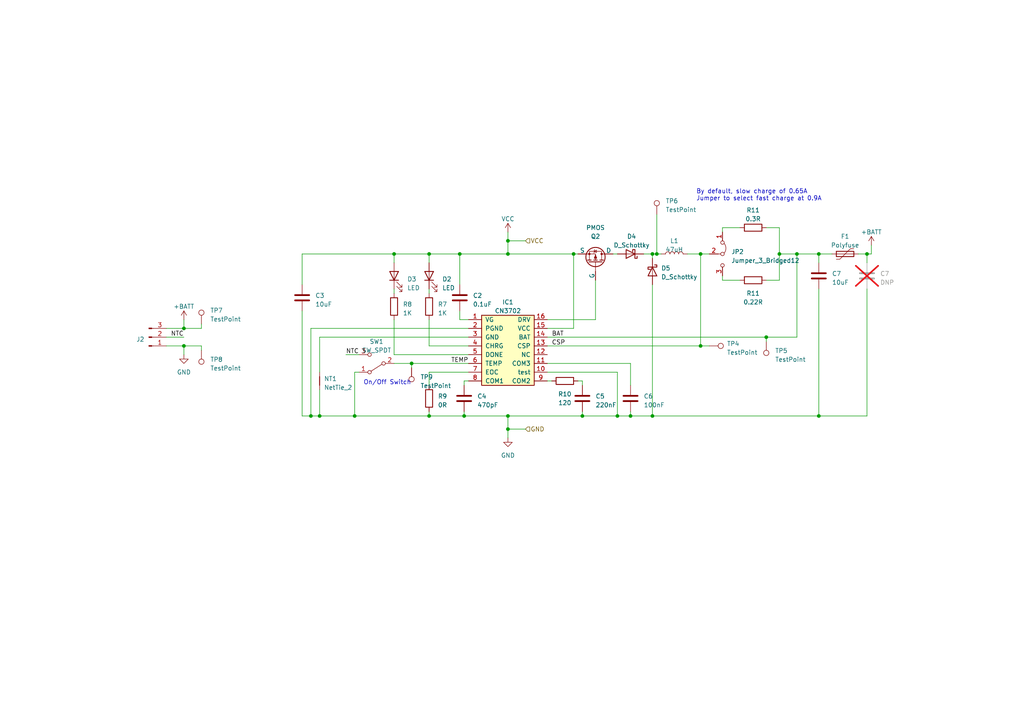
<source format=kicad_sch>
(kicad_sch (version 20230121) (generator eeschema)
  (paper "A4")
  (lib_symbols
    (symbol "Connector:Conn_01x03_Pin" (pin_names (offset 1.016) hide)
      (property "Reference" "J" (at 0 5.08 0))
      (property "Value" "Conn_01x03_Pin" (at 0 -5.08 0))
      (symbol "Conn_01x03_Pin_1_1"
        (polyline (pts (xy 1.27 -2.54) (xy 0.8636 -2.54)) (stroke (width 0.1524)))
        (polyline (pts (xy 1.27 0) (xy 0.8636 0)) (stroke (width 0.1524)))
        (polyline (pts (xy 1.27 2.54) (xy 0.8636 2.54)) (stroke (width 0.1524)))
        (rectangle (start 0.8636 -2.413) (end 0 -2.667) (stroke (width 0.1524)) (fill (type outline)))
        (rectangle (start 0.8636 0.127) (end 0 -0.127) (stroke (width 0.1524)) (fill (type outline)))
        (rectangle (start 0.8636 2.667) (end 0 2.413) (stroke (width 0.1524)) (fill (type outline)))
        (pin passive line (at 5.08 2.54 180) (length 3.81) (name "Pin_1") (number "1"))
        (pin passive line (at 5.08 0 180) (length 3.81) (name "Pin_2") (number "2"))
        (pin passive line (at 5.08 -2.54 180) (length 3.81) (name "Pin_3") (number "3"))
      )
    )
    (symbol "Connector:TestPoint" (pin_numbers hide) (pin_names (offset 0.762) hide)
      (property "Reference" "TP" (at 0 6.858 0))
      (property "Value" "TestPoint" (at 0 5.08 0))
      (symbol "TestPoint_0_1"
        (circle (center 0 3.302) (radius 0.762))
      )
      (symbol "TestPoint_1_1"
        (pin passive line (at 0 0 90) (length 2.54) (name "1") (number "1"))
      )
    )
    (symbol "Connector_Generic:Conn_02x08_Counter_Clockwise" (pin_names (offset 1.016))
      (property "Reference" "IC1" (at 0 12.7 0))
      (property "Value" "CN3702" (at 0 10.16 0))
      (symbol "Conn_02x08_Counter_Clockwise_1_1"
        (rectangle (start -7.62 8.89) (end 7.62 -11.43) (stroke (width 0.254)) (fill (type background)))
        (pin passive line (at -11.43 7.62 0) (length 3.81) (name "VG") (number "1"))
        (pin passive line (at 11.43 -7.62 180) (length 3.81) (name "test") (number "10"))
        (pin passive line (at 11.43 -5.08 180) (length 3.81) (name "COM3") (number "11"))
        (pin passive line (at 11.43 -2.54 180) (length 3.81) (name "NC") (number "12"))
        (pin passive line (at 11.43 0 180) (length 3.81) (name "CSP") (number "13"))
        (pin passive line (at 11.43 2.54 180) (length 3.81) (name "BAT") (number "14"))
        (pin passive line (at 11.43 5.08 180) (length 3.81) (name "VCC") (number "15"))
        (pin passive line (at 11.43 7.62 180) (length 3.81) (name "DRV") (number "16"))
        (pin passive line (at -11.43 5.08 0) (length 3.81) (name "PGND") (number "2"))
        (pin passive line (at -11.43 2.54 0) (length 3.81) (name "GND") (number "3"))
        (pin passive line (at -11.43 0 0) (length 3.81) (name "CHRG") (number "4"))
        (pin passive line (at -11.43 -2.54 0) (length 3.81) (name "DONE") (number "5"))
        (pin passive line (at -11.43 -5.08 0) (length 3.81) (name "TEMP") (number "6"))
        (pin passive line (at -11.43 -7.62 0) (length 3.81) (name "EOC") (number "7"))
        (pin passive line (at -11.43 -10.16 0) (length 3.81) (name "COM1") (number "8"))
        (pin passive line (at 11.43 -10.16 180) (length 3.81) (name "COM2") (number "9"))
      )
    )
    (symbol "Device:C" (pin_numbers hide) (pin_names (offset 0.254))
      (property "Reference" "C" (at 0.635 2.54 0))
      (property "Value" "C" (at 0.635 -2.54 0))
      (symbol "C_0_1"
        (polyline (pts (xy -2.032 -0.762) (xy 2.032 -0.762)) (stroke (width 0.508)))
        (polyline (pts (xy -2.032 0.762) (xy 2.032 0.762)) (stroke (width 0.508)))
      )
      (symbol "C_1_1"
        (pin passive line (at 0 3.81 270) (length 2.794) (name "~") (number "1"))
        (pin passive line (at 0 -3.81 90) (length 2.794) (name "~") (number "2"))
      )
    )
    (symbol "Device:D_Schottky" (pin_numbers hide) (pin_names (offset 1.016) hide)
      (property "Reference" "D" (at 0 2.54 0))
      (property "Value" "D_Schottky" (at 0 -2.54 0))
      (symbol "D_Schottky_0_1"
        (polyline (pts (xy 1.27 0) (xy -1.27 0)))
        (polyline (pts (xy 1.27 1.27) (xy 1.27 -1.27) (xy -1.27 0) (xy 1.27 1.27)) (stroke (width 0.254)))
        (polyline (pts (xy -1.905 0.635) (xy -1.905 1.27) (xy -1.27 1.27) (xy -1.27 -1.27) (xy -0.635 -1.27) (xy -0.635 -0.635)) (stroke (width 0.254)))
      )
      (symbol "D_Schottky_1_1"
        (pin passive line (at -3.81 0 0) (length 2.54) (name "K") (number "1"))
        (pin passive line (at 3.81 0 180) (length 2.54) (name "A") (number "2"))
      )
    )
    (symbol "Device:L" (pin_numbers hide) (pin_names (offset 1.016) hide)
      (property "Reference" "L" (at -1.27 0 90))
      (property "Value" "L" (at 1.905 0 90))
      (symbol "L_0_1"
        (arc (start 0 -2.54) (mid 0.6323 -1.905) (end 0 -1.27))
        (arc (start 0 -1.27) (mid 0.6323 -0.635) (end 0 0))
        (arc (start 0 0) (mid 0.6323 0.635) (end 0 1.27))
        (arc (start 0 1.27) (mid 0.6323 1.905) (end 0 2.54))
      )
      (symbol "L_1_1"
        (pin passive line (at 0 3.81 270) (length 1.27) (name "1") (number "1"))
        (pin passive line (at 0 -3.81 90) (length 1.27) (name "2") (number "2"))
      )
    )
    (symbol "Device:LED" (pin_numbers hide) (pin_names (offset 1.016) hide)
      (property "Reference" "D" (at 0 2.54 0))
      (property "Value" "LED" (at 0 -2.54 0))
      (symbol "LED_0_1"
        (polyline (pts (xy -1.27 -1.27) (xy -1.27 1.27)) (stroke (width 0.254)))
        (polyline (pts (xy -1.27 0) (xy 1.27 0)))
        (polyline (pts (xy 1.27 -1.27) (xy 1.27 1.27) (xy -1.27 0) (xy 1.27 -1.27)) (stroke (width 0.254)))
        (polyline (pts (xy -3.048 -0.762) (xy -4.572 -2.286) (xy -3.81 -2.286) (xy -4.572 -2.286) (xy -4.572 -1.524)))
        (polyline (pts (xy -1.778 -0.762) (xy -3.302 -2.286) (xy -2.54 -2.286) (xy -3.302 -2.286) (xy -3.302 -1.524)))
      )
      (symbol "LED_1_1"
        (pin passive line (at -3.81 0 0) (length 2.54) (name "K") (number "1"))
        (pin passive line (at 3.81 0 180) (length 2.54) (name "A") (number "2"))
      )
    )
    (symbol "Device:NetTie_2" (pin_numbers hide) (pin_names (offset 0) hide) (in_bom no)
      (property "Reference" "NT" (at 0 1.27 0))
      (property "Value" "NetTie_2" (at 0 -1.27 0))
      (symbol "NetTie_2_0_1"
        (polyline (pts (xy -1.27 0) (xy 1.27 0)) (stroke (width 0.254)))
      )
      (symbol "NetTie_2_1_1"
        (pin passive line (at -2.54 0 0) (length 2.54) (name "1") (number "1"))
        (pin passive line (at 2.54 0 180) (length 2.54) (name "2") (number "2"))
      )
    )
    (symbol "Device:Polyfuse" (pin_numbers hide) (pin_names (offset 0))
      (property "Reference" "F" (at -2.54 0 90))
      (property "Value" "Polyfuse" (at 2.54 0 90))
      (symbol "Polyfuse_0_1"
        (rectangle (start -0.762 2.54) (end 0.762 -2.54) (stroke (width 0.254)))
        (polyline (pts (xy 0 2.54) (xy 0 -2.54)))
        (polyline (pts (xy -1.524 2.54) (xy -1.524 1.524) (xy 1.524 -1.524) (xy 1.524 -2.54)))
      )
      (symbol "Polyfuse_1_1"
        (pin passive line (at 0 3.81 270) (length 1.27) (name "~") (number "1"))
        (pin passive line (at 0 -3.81 90) (length 1.27) (name "~") (number "2"))
      )
    )
    (symbol "Device:R" (pin_numbers hide) (pin_names (offset 0))
      (property "Reference" "R" (at 2.032 0 90))
      (property "Value" "R" (at 0 0 90))
      (symbol "R_0_1"
        (rectangle (start -1.016 -2.54) (end 1.016 2.54) (stroke (width 0.254)))
      )
      (symbol "R_1_1"
        (pin passive line (at 0 3.81 270) (length 1.27) (name "~") (number "1"))
        (pin passive line (at 0 -3.81 90) (length 1.27) (name "~") (number "2"))
      )
    )
    (symbol "Jumper:Jumper_3_Bridged12" (pin_names (offset 0) hide)
      (property "Reference" "JP" (at -2.54 -2.54 0))
      (property "Value" "Jumper_3_Bridged12" (at 0 2.794 0))
      (symbol "Jumper_3_Bridged12_0_0"
        (circle (center -3.302 0) (radius 0.508))
        (circle (center 0 0) (radius 0.508))
        (circle (center 3.302 0) (radius 0.508))
      )
      (symbol "Jumper_3_Bridged12_0_1"
        (arc (start -0.254 0.508) (mid -1.651 0.9912) (end -3.048 0.508))
        (polyline (pts (xy 0 -1.27) (xy 0 -0.508)))
      )
      (symbol "Jumper_3_Bridged12_1_1"
        (pin passive line (at -6.35 0 0) (length 2.54) (name "A") (number "1"))
        (pin passive line (at 0 -3.81 90) (length 2.54) (name "C") (number "2"))
        (pin passive line (at 6.35 0 180) (length 2.54) (name "B") (number "3"))
      )
    )
    (symbol "Simulation_SPICE:PMOS" (pin_numbers hide) (pin_names (offset 0))
      (property "Reference" "Q" (at 5.08 1.27 0))
      (property "Value" "PMOS" (at 5.08 -1.27 0))
      (symbol "PMOS_0_1"
        (polyline (pts (xy 0.254 0) (xy -2.54 0)))
        (polyline (pts (xy 0.254 1.905) (xy 0.254 -1.905)) (stroke (width 0.254)))
        (polyline (pts (xy 0.762 -1.27) (xy 0.762 -2.286)) (stroke (width 0.254)))
        (polyline (pts (xy 0.762 0.508) (xy 0.762 -0.508)) (stroke (width 0.254)))
        (polyline (pts (xy 0.762 2.286) (xy 0.762 1.27)) (stroke (width 0.254)))
        (polyline (pts (xy 2.54 2.54) (xy 2.54 1.778)))
        (polyline (pts (xy 2.54 -2.54) (xy 2.54 0) (xy 0.762 0)))
        (polyline (pts (xy 0.762 1.778) (xy 3.302 1.778) (xy 3.302 -1.778) (xy 0.762 -1.778)))
        (polyline (pts (xy 2.286 0) (xy 1.27 0.381) (xy 1.27 -0.381) (xy 2.286 0)) (fill (type outline)))
        (polyline (pts (xy 2.794 -0.508) (xy 2.921 -0.381) (xy 3.683 -0.381) (xy 3.81 -0.254)))
        (polyline (pts (xy 3.302 -0.381) (xy 2.921 0.254) (xy 3.683 0.254) (xy 3.302 -0.381)))
        (circle (center 1.651 0) (radius 2.794) (stroke (width 0.254)))
        (circle (center 2.54 -1.778) (radius 0.254) (fill (type outline)))
        (circle (center 2.54 1.778) (radius 0.254) (fill (type outline)))
      )
      (symbol "PMOS_1_1"
        (pin passive line (at 2.54 5.08 270) (length 2.54) (name "D") (number "1"))
        (pin input line (at -5.08 0 0) (length 2.54) (name "G") (number "2"))
        (pin passive line (at 2.54 -5.08 90) (length 2.54) (name "S") (number "3"))
      )
    )
    (symbol "Switch:SW_SPDT" (pin_names (offset 0) hide)
      (property "Reference" "SW" (at 0 4.318 0))
      (property "Value" "SW_SPDT" (at 0 -5.08 0))
      (symbol "SW_SPDT_0_0"
        (circle (center -2.032 0) (radius 0.508))
        (circle (center 2.032 -2.54) (radius 0.508))
      )
      (symbol "SW_SPDT_0_1"
        (polyline (pts (xy -1.524 0.254) (xy 1.651 2.286)))
        (circle (center 2.032 2.54) (radius 0.508))
      )
      (symbol "SW_SPDT_1_1"
        (pin passive line (at 5.08 2.54 180) (length 2.54) (name "A") (number "1"))
        (pin passive line (at -5.08 0 0) (length 2.54) (name "B") (number "2"))
        (pin passive line (at 5.08 -2.54 180) (length 2.54) (name "C") (number "3"))
      )
    )
    (symbol "power:+BATT" (power) (pin_names (offset 0))
      (property "Value" "+BATT" (at 0 3.556 0))
      (symbol "+BATT_0_1"
        (polyline (pts (xy -0.762 1.27) (xy 0 2.54)))
        (polyline (pts (xy 0 0) (xy 0 2.54)))
        (polyline (pts (xy 0 2.54) (xy 0.762 1.27)))
      )
      (symbol "+BATT_1_1"
        (pin power_in line (at 0 0 90) (length 0) hide (name "+BATT") (number "1"))
      )
    )
    (symbol "power:GND" (power) (pin_names (offset 0))
      (property "Value" "GND" (at 0 -3.81 0))
      (symbol "GND_0_1"
        (polyline (pts (xy 0 0) (xy 0 -1.27) (xy 1.27 -1.27) (xy 0 -2.54) (xy -1.27 -1.27) (xy 0 -1.27)))
      )
      (symbol "GND_1_1"
        (pin power_in line (at 0 0 270) (length 0) hide (name "GND") (number "1"))
      )
    )
    (symbol "power:VCC" (power) (pin_names (offset 0))
      (property "Value" "VCC" (at 0 3.81 0))
      (symbol "VCC_0_1"
        (polyline (pts (xy -0.762 1.27) (xy 0 2.54)))
        (polyline (pts (xy 0 0) (xy 0 2.54)))
        (polyline (pts (xy 0 2.54) (xy 0.762 1.27)))
      )
      (symbol "VCC_1_1"
        (pin power_in line (at 0 0 90) (length 0) hide (name "VCC") (number "1"))
      )
    )
  )
  (junction (at 114.3 73.66))
  (junction (at 189.23 73.66))
  (junction (at 237.49 120.65))
  (junction (at 124.46 73.66))
  (junction (at 251.46 73.66))
  (junction (at 189.23 120.65))
  (junction (at 203.2 73.66))
  (junction (at 166.37 73.66))
  (junction (at 147.32 73.66))
  (junction (at 222.25 97.79))
  (junction (at 124.46 120.65))
  (junction (at 102.87 120.65))
  (junction (at 203.2 100.33))
  (junction (at 190.5 73.66))
  (junction (at 53.34 95.25))
  (junction (at 92.71 120.65))
  (junction (at 90.17 120.65))
  (junction (at 179.07 120.65))
  (junction (at 134.62 120.65))
  (junction (at 147.32 120.65))
  (junction (at 119.38 105.41))
  (junction (at 237.49 73.66))
  (junction (at 231.14 73.66))
  (junction (at 133.35 73.66))
  (junction (at 182.88 120.65))
  (junction (at 147.32 69.85))
  (junction (at 53.34 100.33))
  (junction (at 147.32 124.46))
  (junction (at 226.06 73.66))
  (junction (at 168.91 120.65))
  (wire (pts (xy 133.35 92.71) (xy 135.89 92.71)))
  (wire (pts (xy 114.3 102.87) (xy 135.89 102.87)))
  (wire (pts (xy 226.06 81.28) (xy 226.06 73.66)))
  (wire (pts (xy 226.06 66.04) (xy 226.06 73.66)))
  (wire (pts (xy 58.42 95.25) (xy 58.42 93.98)))
  (wire (pts (xy 104.14 107.95) (xy 102.87 107.95)))
  (wire (pts (xy 203.2 73.66) (xy 205.74 73.66)))
  (wire (pts (xy 222.25 97.79) (xy 231.14 97.79)))
  (wire (pts (xy 48.26 95.25) (xy 53.34 95.25)))
  (wire (pts (xy 158.75 105.41) (xy 182.88 105.41)))
  (wire (pts (xy 92.71 113.03) (xy 92.71 120.65)))
  (wire (pts (xy 147.32 69.85) (xy 152.4 69.85)))
  (wire (pts (xy 92.71 97.79) (xy 92.71 107.95)))
  (wire (pts (xy 189.23 82.55) (xy 189.23 120.65)))
  (wire (pts (xy 147.32 127) (xy 147.32 124.46)))
  (wire (pts (xy 133.35 73.66) (xy 147.32 73.66)))
  (wire (pts (xy 124.46 111.76) (xy 124.46 107.95)))
  (wire (pts (xy 189.23 73.66) (xy 189.23 74.93)))
  (wire (pts (xy 190.5 73.66) (xy 191.77 73.66)))
  (wire (pts (xy 124.46 73.66) (xy 133.35 73.66)))
  (wire (pts (xy 124.46 100.33) (xy 135.89 100.33)))
  (wire (pts (xy 124.46 107.95) (xy 135.89 107.95)))
  (wire (pts (xy 114.3 105.41) (xy 119.38 105.41)))
  (wire (pts (xy 209.55 66.04) (xy 214.63 66.04)))
  (wire (pts (xy 147.32 67.31) (xy 147.32 69.85)))
  (wire (pts (xy 179.07 120.65) (xy 182.88 120.65)))
  (wire (pts (xy 124.46 92.71) (xy 124.46 100.33)))
  (wire (pts (xy 102.87 107.95) (xy 102.87 120.65)))
  (wire (pts (xy 90.17 120.65) (xy 87.63 120.65)))
  (wire (pts (xy 209.55 67.31) (xy 209.55 66.04)))
  (wire (pts (xy 231.14 73.66) (xy 237.49 73.66)))
  (wire (pts (xy 53.34 95.25) (xy 53.34 92.71)))
  (wire (pts (xy 53.34 100.33) (xy 58.42 100.33)))
  (wire (pts (xy 251.46 120.65) (xy 237.49 120.65)))
  (wire (pts (xy 87.63 73.66) (xy 114.3 73.66)))
  (wire (pts (xy 209.55 81.28) (xy 214.63 81.28)))
  (wire (pts (xy 158.75 97.79) (xy 222.25 97.79)))
  (wire (pts (xy 158.75 95.25) (xy 166.37 95.25)))
  (wire (pts (xy 222.25 81.28) (xy 226.06 81.28)))
  (wire (pts (xy 158.75 92.71) (xy 172.72 92.71)))
  (wire (pts (xy 222.25 97.79) (xy 222.25 99.06)))
  (wire (pts (xy 177.8 73.66) (xy 179.07 73.66)))
  (wire (pts (xy 87.63 82.55) (xy 87.63 73.66)))
  (wire (pts (xy 100.33 102.87) (xy 104.14 102.87)))
  (wire (pts (xy 114.3 92.71) (xy 114.3 102.87)))
  (wire (pts (xy 58.42 100.33) (xy 58.42 101.6)))
  (wire (pts (xy 189.23 120.65) (xy 182.88 120.65)))
  (wire (pts (xy 92.71 97.79) (xy 135.89 97.79)))
  (wire (pts (xy 135.89 110.49) (xy 134.62 110.49)))
  (wire (pts (xy 237.49 83.82) (xy 237.49 120.65)))
  (wire (pts (xy 179.07 120.65) (xy 179.07 107.95)))
  (wire (pts (xy 222.25 66.04) (xy 226.06 66.04)))
  (wire (pts (xy 90.17 95.25) (xy 135.89 95.25)))
  (wire (pts (xy 134.62 110.49) (xy 134.62 111.76)))
  (wire (pts (xy 168.91 110.49) (xy 167.64 110.49)))
  (wire (pts (xy 209.55 80.01) (xy 209.55 81.28)))
  (wire (pts (xy 147.32 69.85) (xy 147.32 73.66)))
  (wire (pts (xy 203.2 100.33) (xy 205.74 100.33)))
  (wire (pts (xy 186.69 73.66) (xy 189.23 73.66)))
  (wire (pts (xy 189.23 120.65) (xy 237.49 120.65)))
  (wire (pts (xy 199.39 73.66) (xy 203.2 73.66)))
  (wire (pts (xy 189.23 73.66) (xy 190.5 73.66)))
  (wire (pts (xy 87.63 90.17) (xy 87.63 120.65)))
  (wire (pts (xy 182.88 120.65) (xy 182.88 119.38)))
  (wire (pts (xy 48.26 97.79) (xy 53.34 97.79)))
  (wire (pts (xy 231.14 97.79) (xy 231.14 73.66)))
  (wire (pts (xy 251.46 83.82) (xy 251.46 120.65)))
  (wire (pts (xy 248.92 73.66) (xy 251.46 73.66)))
  (wire (pts (xy 102.87 120.65) (xy 124.46 120.65)))
  (wire (pts (xy 114.3 73.66) (xy 114.3 76.2)))
  (wire (pts (xy 251.46 73.66) (xy 252.73 73.66)))
  (wire (pts (xy 168.91 120.65) (xy 179.07 120.65)))
  (wire (pts (xy 251.46 73.66) (xy 251.46 76.2)))
  (wire (pts (xy 168.91 120.65) (xy 168.91 119.38)))
  (wire (pts (xy 203.2 100.33) (xy 158.75 100.33)))
  (wire (pts (xy 124.46 73.66) (xy 124.46 76.2)))
  (wire (pts (xy 92.71 120.65) (xy 102.87 120.65)))
  (wire (pts (xy 90.17 120.65) (xy 92.71 120.65)))
  (wire (pts (xy 237.49 73.66) (xy 241.3 73.66)))
  (wire (pts (xy 190.5 62.23) (xy 190.5 73.66)))
  (wire (pts (xy 133.35 82.55) (xy 133.35 73.66)))
  (wire (pts (xy 90.17 95.25) (xy 90.17 120.65)))
  (wire (pts (xy 147.32 73.66) (xy 166.37 73.66)))
  (wire (pts (xy 114.3 83.82) (xy 114.3 85.09)))
  (wire (pts (xy 133.35 90.17) (xy 133.35 92.71)))
  (wire (pts (xy 237.49 73.66) (xy 237.49 76.2)))
  (wire (pts (xy 147.32 124.46) (xy 147.32 120.65)))
  (wire (pts (xy 203.2 73.66) (xy 203.2 100.33)))
  (wire (pts (xy 166.37 95.25) (xy 166.37 73.66)))
  (wire (pts (xy 119.38 105.41) (xy 119.38 106.68)))
  (wire (pts (xy 182.88 105.41) (xy 182.88 111.76)))
  (wire (pts (xy 114.3 73.66) (xy 124.46 73.66)))
  (wire (pts (xy 147.32 120.65) (xy 168.91 120.65)))
  (wire (pts (xy 53.34 95.25) (xy 58.42 95.25)))
  (wire (pts (xy 168.91 110.49) (xy 168.91 111.76)))
  (wire (pts (xy 147.32 124.46) (xy 152.4 124.46)))
  (wire (pts (xy 226.06 73.66) (xy 231.14 73.66)))
  (wire (pts (xy 147.32 120.65) (xy 134.62 120.65)))
  (wire (pts (xy 134.62 119.38) (xy 134.62 120.65)))
  (wire (pts (xy 48.26 100.33) (xy 53.34 100.33)))
  (wire (pts (xy 252.73 73.66) (xy 252.73 71.12)))
  (wire (pts (xy 53.34 100.33) (xy 53.34 102.87)))
  (wire (pts (xy 124.46 119.38) (xy 124.46 120.65)))
  (wire (pts (xy 158.75 107.95) (xy 179.07 107.95)))
  (wire (pts (xy 124.46 120.65) (xy 134.62 120.65)))
  (wire (pts (xy 119.38 105.41) (xy 135.89 105.41)))
  (wire (pts (xy 166.37 73.66) (xy 167.64 73.66)))
  (wire (pts (xy 160.02 110.49) (xy 158.75 110.49)))
  (wire (pts (xy 172.72 92.71) (xy 172.72 81.28)))
  (wire (pts (xy 124.46 83.82) (xy 124.46 85.09)))
  (text "By default, slow charge of 0.65A\nJumper to select fast charge at 0.9A" (at 201.93 58.42 0) (effects (font (size 1.27 1.27)) (justify left bottom)))
  (text "On/Off Switch" (at 105.41 111.76 0) (effects (font (size 1.27 1.27)) (justify left bottom)))
  (label "TEMP" (at 130.81 105.41 0))
  (label "CSP" (at 160.02 100.33 0))
  (label "NTC" (at 100.33 102.87 0))
  (label "BAT" (at 160.02 97.79 0))
  (label "NTC" (at 49.53 97.79 0))
  (hierarchical_label "GND" (shape input) (at 152.4 124.46 0))
  (hierarchical_label "VCC" (shape input) (at 152.4 69.85 0))
  (symbol (lib_id "Device:C") (at 237.49 80.01 0) (unit 1)
    (property "Reference" "C7" (at 241.3 79.375 0) (effects (justify left)))
    (property "Value" "10uF" (at 241.3 81.915 0) (effects (justify left)))
    (property "Footprint" "Capacitor_SMD:C_0603_1608Metric" (effects hide))
    (instances (project "SPIKE-batt-chg" (path "" (reference "C7") (unit 1)) (path "" (reference "C7") (unit 1)) (path "" (reference "C14") (unit 1)) (path "" (reference "C21") (unit 1))))
  )
  (symbol (lib_id "Connector_Generic:Conn_02x08_Counter_Clockwise") (at 147.32 100.33 0) (unit 1)
    (property "Reference" "IC1" (at 147.32 87.63 0))
    (property "Value" "CN3702" (at 147.32 90.17 0))
    (property "Footprint" "Package_SO:TSSOP-16_4.4x5mm_P0.65mm" (effects hide))
    (property "Datasheet" "./Datasheets/CN3702.pdf" (effects hide))
    (instances (project "SPIKE-batt-chg" (path "" (reference "IC1") (unit 1)) (path "" (reference "IC1") (unit 1)) (path "" (reference "IC3") (unit 1)) (path "" (reference "IC4") (unit 1))))
  )
  (symbol (lib_id "Simulation_SPICE:PMOS") (at 172.72 76.2 270) (mirror x) (unit 1)
    (property "Reference" "Q2" (at 172.72 68.58 90))
    (property "Value" "PMOS" (at 172.72 66.04 90))
    (property "Footprint" "Package_TO_SOT_SMD:SOT-23" (effects hide))
    (property "Datasheet" "https://ngspice.sourceforge.io/docs/ngspice-manual.pdf" (effects hide))
    (property "Sim.Device" "PMOS" (effects hide))
    (property "Sim.Type" "VDMOS" (effects hide))
    (property "Sim.Pins" "1=D 2=G 3=S" (effects hide))
    (property "Part" "AO3401A" (effects hide))
    (property "JLCPCB Part #" "C15127" (effects hide))
    (instances (project "SPIKE-batt-chg" (path "" (reference "Q2") (unit 1)) (path "" (reference "Q2") (unit 1)) (path "" (reference "Q3") (unit 1)) (path "" (reference "Q4") (unit 1))))
  )
  (symbol (lib_id "Device:R") (at 124.46 115.57 0) (unit 1)
    (property "Reference" "R9" (at 127 114.935 0) (effects (justify left)))
    (property "Value" "0R" (at 127 117.475 0) (effects (justify left)))
    (property "Footprint" "Resistor_SMD:R_0603_1608Metric" (effects hide))
    (instances (project "SPIKE-batt-chg" (path "" (reference "R9") (unit 1)) (path "" (reference "R9") (unit 1)) (path "" (reference "R15") (unit 1)) (path "" (reference "R21") (unit 1))))
  )
  (symbol (lib_id "Connector:TestPoint") (at 205.74 100.33 270) (unit 1) (in_bom no)
    (property "Reference" "TP4" (at 210.82 99.695 90) (effects (justify left)))
    (property "Value" "TestPoint" (at 210.82 102.235 90) (effects (justify left)))
    (property "Footprint" "TestPoint:TestPoint_Pad_D2.0mm" (effects hide))
    (instances (project "SPIKE-batt-chg" (path "" (reference "TP4") (unit 1)) (path "" (reference "TP14") (unit 1)) (path "" (reference "TP20") (unit 1))))
  )
  (symbol (lib_id "power:VCC") (at 147.32 67.31 0) (unit 1)
    (property "Reference" "#PWR08" (effects hide))
    (property "Value" "VCC" (at 147.32 63.5 0))
    (instances (project "SPIKE-batt-chg" (path "" (reference "#PWR08") (unit 1)) (path "" (reference "#PWR09") (unit 1)) (path "" (reference "#PWR014") (unit 1)) (path "" (reference "#PWR019") (unit 1))))
  )
  (symbol (lib_id "power:+BATT") (at 252.73 71.12 0) (unit 1)
    (property "Reference" "#PWR011" (effects hide))
    (property "Value" "+BATT" (at 252.73 67.31 0))
    (instances (project "SPIKE-batt-chg" (path "" (reference "#PWR011") (unit 1)) (path "" (reference "#PWR016") (unit 1)) (path "" (reference "#PWR021") (unit 1))))
  )
  (symbol (lib_id "power:GND") (at 147.32 127 0) (unit 1)
    (property "Reference" "#PWR09" (effects hide))
    (property "Value" "GND" (at 147.32 132.08 0))
    (instances (project "SPIKE-batt-chg" (path "" (reference "#PWR09") (unit 1)) (path "" (reference "#PWR010") (unit 1)) (path "" (reference "#PWR015") (unit 1)) (path "" (reference "#PWR020") (unit 1))))
  )
  (symbol (lib_id "Device:Polyfuse") (at 245.11 73.66 90) (unit 1)
    (property "Reference" "F1" (at 245.11 68.58 90))
    (property "Value" "Polyfuse" (at 245.11 71.12 90))
    (property "Footprint" "Resistor_SMD:R_1812_4532Metric" (effects hide))
    (property "Part" "MF-MSMF110/16-2" (effects hide))
    (property "JLCPCB Part #" "C210834" (effects hide))
    (instances (project "SPIKE-batt-chg" (path "" (reference "F1") (unit 1)) (path "" (reference "F2") (unit 1)) (path "" (reference "F3") (unit 1))))
  )
  (symbol (lib_id "Device:LED") (at 114.3 80.01 90) (unit 1)
    (property "Reference" "D3" (at 118.11 80.9625 90) (effects (justify right)))
    (property "Value" "LED" (at 118.11 83.5025 90) (effects (justify right)))
    (property "Footprint" "LED_SMD:LED_0603_1608Metric" (effects hide))
    (property "Part" "XL-1606UGC" (effects hide))
    (property "JLCPCB Part #" "C965863" (effects hide))
    (instances (project "SPIKE-batt-chg" (path "" (reference "D3") (unit 1)) (path "" (reference "D2") (unit 1)) (path "" (reference "D6") (unit 1)) (path "" (reference "D10") (unit 1))))
  )
  (symbol (lib_id "Device:NetTie_2") (at 92.71 110.49 90) (unit 1) (in_bom no)
    (property "Reference" "NT1" (at 93.98 109.855 90) (effects (justify right)))
    (property "Value" "NetTie_2" (at 93.98 112.395 90) (effects (justify right)))
    (instances (project "SPIKE-batt-chg" (path "" (reference "NT1") (unit 1)) (path "" (reference "NT1") (unit 1)) (path "" (reference "NT2") (unit 1)) (path "" (reference "NT3") (unit 1))))
  )
  (symbol (lib_id "Device:LED") (at 124.46 80.01 90) (unit 1)
    (property "Reference" "D2" (at 128.27 80.9625 90) (effects (justify right)))
    (property "Value" "LED" (at 128.27 83.5025 90) (effects (justify right)))
    (property "Footprint" "LED_SMD:LED_0603_1608Metric" (effects hide))
    (property "Part" "XL-1606SURC" (effects hide))
    (property "JLCPCB Part #" "C965860" (effects hide))
    (instances (project "SPIKE-batt-chg" (path "" (reference "D2") (unit 1)) (path "" (reference "D3") (unit 1)) (path "" (reference "D7") (unit 1)) (path "" (reference "D11") (unit 1))))
  )
  (symbol (lib_id "Device:C") (at 133.35 86.36 0) (unit 1)
    (property "Reference" "C2" (at 137.16 85.725 0) (effects (justify left)))
    (property "Value" "0.1uF" (at 137.16 88.265 0) (effects (justify left)))
    (property "Footprint" "Capacitor_SMD:C_0603_1608Metric" (effects hide))
    (instances (project "SPIKE-batt-chg" (path "" (reference "C2") (unit 1)) (path "" (reference "C3") (unit 1)) (path "" (reference "C10") (unit 1)) (path "" (reference "C17") (unit 1))))
  )
  (symbol (lib_id "Device:C") (at 87.63 86.36 0) (unit 1)
    (property "Reference" "C3" (at 91.44 85.725 0) (effects (justify left)))
    (property "Value" "10uF" (at 91.44 88.265 0) (effects (justify left)))
    (property "Footprint" "Capacitor_SMD:C_0603_1608Metric" (effects hide))
    (instances (project "SPIKE-batt-chg" (path "" (reference "C3") (unit 1)) (path "" (reference "C2") (unit 1)) (path "" (reference "C9") (unit 1)) (path "" (reference "C16") (unit 1))))
  )
  (symbol (lib_id "Device:C") (at 168.91 115.57 0) (unit 1)
    (property "Reference" "C5" (at 172.72 114.935 0) (effects (justify left)))
    (property "Value" "220nF" (at 172.72 117.475 0) (effects (justify left)))
    (property "Footprint" "Capacitor_SMD:C_0603_1608Metric" (effects hide))
    (instances (project "SPIKE-batt-chg" (path "" (reference "C5") (unit 1)) (path "" (reference "C5") (unit 1)) (path "" (reference "C12") (unit 1)) (path "" (reference "C19") (unit 1))))
  )
  (symbol (lib_id "Device:R") (at 163.83 110.49 90) (unit 1)
    (property "Reference" "R10" (at 163.83 114.3 90))
    (property "Value" "120" (at 163.83 116.84 90))
    (property "Footprint" "Resistor_SMD:R_0603_1608Metric" (effects hide))
    (instances (project "SPIKE-batt-chg" (path "" (reference "R10") (unit 1)) (path "" (reference "R10") (unit 1)) (path "" (reference "R16") (unit 1)) (path "" (reference "R22") (unit 1))))
  )
  (symbol (lib_id "Connector:TestPoint") (at 58.42 101.6 180) (unit 1) (in_bom no)
    (property "Reference" "TP8" (at 60.96 104.267 0) (effects (justify right)))
    (property "Value" "TestPoint" (at 60.96 106.807 0) (effects (justify right)))
    (property "Footprint" "TestPoint:TestPoint_Pad_D2.0mm" (effects hide))
    (instances (project "SPIKE-batt-chg" (path "" (reference "TP8") (unit 1)) (path "" (reference "TP11") (unit 1)) (path "" (reference "TP17") (unit 1))))
  )
  (symbol (lib_id "Device:C") (at 251.46 80.01 0) (unit 1) (in_bom no) (dnp yes)
    (property "Reference" "C7" (at 255.27 79.375 0) (effects (justify left)))
    (property "Value" "DNP" (at 255.27 81.915 0) (effects (justify left)))
    (property "Footprint" "Capacitor_SMD:C_0603_1608Metric" (effects hide))
    (instances (project "SPIKE-batt-chg" (path "" (reference "C7") (unit 1)) (path "" (reference "C8") (unit 1)) (path "" (reference "C15") (unit 1)) (path "" (reference "C22") (unit 1))))
  )
  (symbol (lib_id "Device:C") (at 134.62 115.57 0) (unit 1)
    (property "Reference" "C4" (at 138.43 114.935 0) (effects (justify left)))
    (property "Value" "470pF" (at 138.43 117.475 0) (effects (justify left)))
    (property "Footprint" "Capacitor_SMD:C_0603_1608Metric" (effects hide))
    (instances (project "SPIKE-batt-chg" (path "" (reference "C4") (unit 1)) (path "" (reference "C4") (unit 1)) (path "" (reference "C11") (unit 1)) (path "" (reference "C18") (unit 1))))
  )
  (symbol (lib_id "Connector:TestPoint") (at 222.25 99.06 180) (unit 1) (in_bom no)
    (property "Reference" "TP5" (at 224.79 101.727 0) (effects (justify right)))
    (property "Value" "TestPoint" (at 224.79 104.267 0) (effects (justify right)))
    (property "Footprint" "TestPoint:TestPoint_Pad_D2.0mm" (effects hide))
    (instances (project "SPIKE-batt-chg" (path "" (reference "TP5") (unit 1)) (path "" (reference "TP15") (unit 1)) (path "" (reference "TP21") (unit 1))))
  )
  (symbol (lib_id "Switch:SW_SPDT") (at 109.22 105.41 180) (unit 1)
    (property "Reference" "SW1" (at 109.22 99.06 0))
    (property "Value" "SW_SPDT" (at 109.22 101.6 0))
    (property "Footprint" "Button_Switch_SMD:SW_SPDT_PCM12" (effects hide))
    (property "Datasheet" "https://datasheet.lcsc.com/lcsc/1912111437_SHOU-HAN-MSK12C02-HB_C431541.pdf" (effects hide))
    (property "Part" "MSK12C02-HB" (effects hide))
    (property "JLCPCB Part #" "C431541" (effects hide))
    (instances (project "SPIKE-batt-chg" (path "" (reference "SW1") (unit 1)) (path "" (reference "SW2") (unit 1)) (path "" (reference "SW3") (unit 1))))
  )
  (symbol (lib_id "Connector:TestPoint") (at 190.5 62.23 0) (unit 1) (in_bom no)
    (property "Reference" "TP6" (at 193.04 58.293 0) (effects (justify left)))
    (property "Value" "TestPoint" (at 193.04 60.833 0) (effects (justify left)))
    (property "Footprint" "TestPoint:TestPoint_Pad_D2.0mm" (effects hide))
    (instances (project "SPIKE-batt-chg" (path "" (reference "TP6") (unit 1)) (path "" (reference "TP13") (unit 1)) (path "" (reference "TP19") (unit 1))))
  )
  (symbol (lib_id "Device:R") (at 114.3 88.9 0) (unit 1)
    (property "Reference" "R8" (at 116.84 88.265 0) (effects (justify left)))
    (property "Value" "1K" (at 116.84 90.805 0) (effects (justify left)))
    (property "Footprint" "Resistor_SMD:R_0603_1608Metric" (effects hide))
    (instances (project "SPIKE-batt-chg" (path "" (reference "R8") (unit 1)) (path "" (reference "R7") (unit 1)) (path "" (reference "R13") (unit 1)) (path "" (reference "R19") (unit 1))))
  )
  (symbol (lib_id "Connector:Conn_01x03_Pin") (at 43.18 97.79 0) (mirror x) (unit 1) (in_bom no)
    (property "Reference" "J2" (at 41.91 98.425 0) (effects (justify right)))
    (property "Value" "Conn_01x03_Pin" (effects hide))
    (property "Footprint" "JH:BladeConn_1x03_P2.00mm_Lock" (effects hide))
    (property "Datasheet" "https://www.lego.com/cdn/cs/legal/assets/blt34812d4a0708e9c7/RTNUN19014004LGOYN57743662Battery.pdf" (effects hide))
    (instances (project "SPIKE-batt-chg" (path "" (reference "J2") (unit 1)) (path "" (reference "J3") (unit 1)) (path "" (reference "J4") (unit 1)) (path "" (reference "J5") (unit 1))))
  )
  (symbol (lib_id "Device:R") (at 124.46 88.9 0) (unit 1)
    (property "Reference" "R7" (at 127 88.265 0) (effects (justify left)))
    (property "Value" "1K" (at 127 90.805 0) (effects (justify left)))
    (property "Footprint" "Resistor_SMD:R_0603_1608Metric" (effects hide))
    (instances (project "SPIKE-batt-chg" (path "" (reference "R7") (unit 1)) (path "" (reference "R8") (unit 1)) (path "" (reference "R14") (unit 1)) (path "" (reference "R20") (unit 1))))
  )
  (symbol (lib_id "power:+BATT") (at 53.34 92.71 0) (unit 1)
    (property "Reference" "#PWR012" (effects hide))
    (property "Value" "+BATT" (at 53.34 88.9 0))
    (instances (project "SPIKE-batt-chg" (path "" (reference "#PWR012") (unit 1)) (path "" (reference "#PWR05") (unit 1)) (path "" (reference "#PWR017") (unit 1))))
  )
  (symbol (lib_id "Connector:TestPoint") (at 119.38 106.68 180) (unit 1) (in_bom no)
    (property "Reference" "TP9" (at 121.92 109.347 0) (effects (justify right)))
    (property "Value" "TestPoint" (at 121.92 111.887 0) (effects (justify right)))
    (property "Footprint" "TestPoint:TestPoint_Pad_D2.0mm" (effects hide))
    (instances (project "SPIKE-batt-chg" (path "" (reference "TP9") (unit 1)) (path "" (reference "TP12") (unit 1)) (path "" (reference "TP18") (unit 1))))
  )
  (symbol (lib_id "power:GND") (at 53.34 102.87 0) (unit 1)
    (property "Reference" "#PWR011" (effects hide))
    (property "Value" "GND" (at 53.34 107.95 0))
    (instances (project "SPIKE-batt-chg" (path "" (reference "#PWR011") (unit 1)) (path "" (reference "#PWR08") (unit 1)) (path "" (reference "#PWR013") (unit 1)) (path "" (reference "#PWR018") (unit 1))))
  )
  (symbol (lib_id "Device:D_Schottky") (at 182.88 73.66 180) (unit 1)
    (property "Reference" "D4" (at 183.1975 68.58 0))
    (property "Value" "D_Schottky" (at 183.1975 71.12 0))
    (property "Footprint" "Diode_SMD:D_SOD-123" (effects hide))
    (property "Part" "B5819W SL" (effects hide))
    (property "JLCPCB Part #" "C8598" (effects hide))
    (instances (project "SPIKE-batt-chg" (path "" (reference "D4") (unit 1)) (path "" (reference "D4") (unit 1)) (path "" (reference "D8") (unit 1)) (path "" (reference "D12") (unit 1))))
  )
  (symbol (lib_id "Connector:TestPoint") (at 58.42 93.98 0) (unit 1) (in_bom no)
    (property "Reference" "TP7" (at 60.96 90.043 0) (effects (justify left)))
    (property "Value" "TestPoint" (at 60.96 92.583 0) (effects (justify left)))
    (property "Footprint" "TestPoint:TestPoint_Pad_D2.0mm" (effects hide))
    (instances (project "SPIKE-batt-chg" (path "" (reference "TP7") (unit 1)) (path "" (reference "TP10") (unit 1)) (path "" (reference "TP16") (unit 1))))
  )
  (symbol (lib_id "Jumper:Jumper_3_Bridged12") (at 209.55 73.66 270) (unit 1) (in_bom no)
    (property "Reference" "JP2" (at 212.09 73.025 90) (effects (justify left)))
    (property "Value" "Jumper_3_Bridged12" (at 212.09 75.565 90) (effects (justify left)))
    (property "Footprint" "SparkFun_Connectors:1X03_LOCK" (effects hide))
    (instances (project "SPIKE-batt-chg" (path "" (reference "JP2") (unit 1)) (path "" (reference "JP3") (unit 1)) (path "" (reference "JP4") (unit 1))))
  )
  (symbol (lib_id "Device:C") (at 182.88 115.57 0) (unit 1)
    (property "Reference" "C6" (at 186.69 114.935 0) (effects (justify left)))
    (property "Value" "100nF" (at 186.69 117.475 0) (effects (justify left)))
    (property "Footprint" "Capacitor_SMD:C_0603_1608Metric" (effects hide))
    (instances (project "SPIKE-batt-chg" (path "" (reference "C6") (unit 1)) (path "" (reference "C6") (unit 1)) (path "" (reference "C13") (unit 1)) (path "" (reference "C20") (unit 1))))
  )
  (symbol (lib_id "Device:R") (at 218.44 81.28 90) (unit 1)
    (property "Reference" "R11" (at 218.44 85.09 90))
    (property "Value" "0.22R" (at 218.44 87.63 90))
    (property "Footprint" "Resistor_SMD:R_0603_1608Metric" (effects hide))
    (property "Part" "FRL0603FR220TS" (effects hide))
    (property "JLCPCB Part #" "C3013347" (effects hide))
    (instances (project "SPIKE-batt-chg" (path "" (reference "R11") (unit 1)) (path "" (reference "R12") (unit 1)) (path "" (reference "R18") (unit 1)) (path "" (reference "R24") (unit 1))))
  )
  (symbol (lib_id "Device:R") (at 218.44 66.04 90) (unit 1)
    (property "Reference" "R11" (at 218.44 60.96 90))
    (property "Value" "0.3R" (at 218.44 63.5 90))
    (property "Footprint" "Resistor_SMD:R_0603_1608Metric" (effects hide))
    (property "Part" "FRL0603JR300TS" (effects hide))
    (property "JLCPCB Part #" "C2934256" (effects hide))
    (instances (project "SPIKE-batt-chg" (path "" (reference "R11") (unit 1)) (path "" (reference "R11") (unit 1)) (path "" (reference "R17") (unit 1)) (path "" (reference "R23") (unit 1))))
  )
  (symbol (lib_id "Device:L") (at 195.58 73.66 90) (unit 1)
    (property "Reference" "L1" (at 195.58 69.85 90))
    (property "Value" "47uH" (at 195.58 72.39 90))
    (property "Footprint" "Inductor_SMD:L_Sunlord_SWPA6045S" (effects hide))
    (property "Datasheet" "https://datasheet.lcsc.com/lcsc/2006231815_YJYCOIN-YNR6045-4R7M_C341065.pdf" (effects hide))
    (property "Part" "YNR6045-470M" (effects hide))
    (property "JLCPCB Part #" "C497841" (effects hide))
    (instances (project "SPIKE-batt-chg" (path "" (reference "L1") (unit 1)) (path "" (reference "L1") (unit 1)) (path "" (reference "L2") (unit 1)) (path "" (reference "L3") (unit 1))))
  )
  (symbol (lib_id "Device:D_Schottky") (at 189.23 78.74 270) (unit 1)
    (property "Reference" "D5" (at 191.77 77.7875 90) (effects (justify left)))
    (property "Value" "D_Schottky" (at 191.77 80.3275 90) (effects (justify left)))
    (property "Footprint" "Diode_SMD:D_SOD-123" (effects hide))
    (property "Part" "B5819W SL" (effects hide))
    (property "JLCPCB Part #" "C8598" (effects hide))
    (instances (project "SPIKE-batt-chg" (path "" (reference "D5") (unit 1)) (path "" (reference "D5") (unit 1)) (path "" (reference "D9") (unit 1)) (path "" (reference "D13") (unit 1))))
  )
)
</source>
